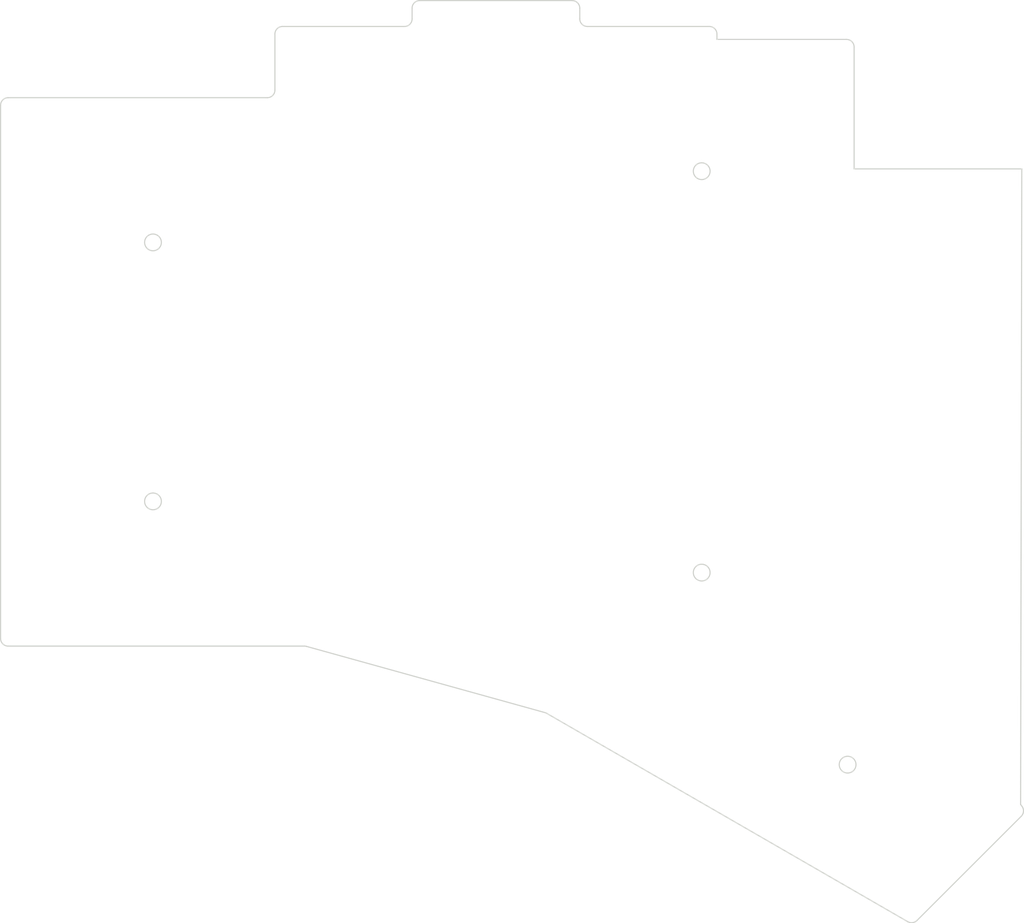
<source format=kicad_pcb>


(kicad_pcb
  (version 20240108)
  (generator "ergogen")
  (generator_version "4.1.0")
  (general
    (thickness 1.6)
    (legacy_teardrops no)
  )
  (paper "A3")
  (title_block
    (title "bottom_plate")
    (date "2025-03-17")
    (rev "0.1")
    (company "mdk")
  )

  (layers
    (0 "F.Cu" signal)
    (31 "B.Cu" signal)
    (32 "B.Adhes" user "B.Adhesive")
    (33 "F.Adhes" user "F.Adhesive")
    (34 "B.Paste" user)
    (35 "F.Paste" user)
    (36 "B.SilkS" user "B.Silkscreen")
    (37 "F.SilkS" user "F.Silkscreen")
    (38 "B.Mask" user)
    (39 "F.Mask" user)
    (40 "Dwgs.User" user "User.Drawings")
    (41 "Cmts.User" user "User.Comments")
    (42 "Eco1.User" user "User.Eco1")
    (43 "Eco2.User" user "User.Eco2")
    (44 "Edge.Cuts" user)
    (45 "Margin" user)
    (46 "B.CrtYd" user "B.Courtyard")
    (47 "F.CrtYd" user "F.Courtyard")
    (48 "B.Fab" user)
    (49 "F.Fab" user)
  )

  (setup
    (pad_to_mask_clearance 0.05)
    (allow_soldermask_bridges_in_footprints no)
    (pcbplotparams
      (layerselection 0x00010fc_ffffffff)
      (plot_on_all_layers_selection 0x0000000_00000000)
      (disableapertmacros no)
      (usegerberextensions no)
      (usegerberattributes yes)
      (usegerberadvancedattributes yes)
      (creategerberjobfile yes)
      (dashed_line_dash_ratio 12.000000)
      (dashed_line_gap_ratio 3.000000)
      (svgprecision 4)
      (plotframeref no)
      (viasonmask no)
      (mode 1)
      (useauxorigin no)
      (hpglpennumber 1)
      (hpglpenspeed 20)
      (hpglpendiameter 15.000000)
      (pdf_front_fp_property_popups yes)
      (pdf_back_fp_property_popups yes)
      (dxfpolygonmode yes)
      (dxfimperialunits yes)
      (dxfusepcbnewfont yes)
      (psnegative no)
      (psa4output no)
      (plotreference yes)
      (plotvalue yes)
      (plotfptext yes)
      (plotinvisibletext no)
      (sketchpadsonfab no)
      (subtractmaskfromsilk no)
      (outputformat 1)
      (mirror no)
      (drillshape 1)
      (scaleselection 1)
      (outputdirectory "")
    )
  )

  (net 0 "")

  
  (gr_line (start 39 159.5) (end 39 89.5) (layer Edge.Cuts) (stroke (width 0.15) (type default)))
(gr_line (start 40 88.5) (end 74 88.5) (layer Edge.Cuts) (stroke (width 0.15) (type default)))
(gr_line (start 75 87.5) (end 75 80.15) (layer Edge.Cuts) (stroke (width 0.15) (type default)))
(gr_line (start 76 79.15) (end 92 79.15) (layer Edge.Cuts) (stroke (width 0.15) (type default)))
(gr_line (start 93 78.15) (end 93 76.75) (layer Edge.Cuts) (stroke (width 0.15) (type default)))
(gr_line (start 94 75.75) (end 114 75.75) (layer Edge.Cuts) (stroke (width 0.15) (type default)))
(gr_line (start 115 76.75) (end 115 78.15) (layer Edge.Cuts) (stroke (width 0.15) (type default)))
(gr_line (start 116 79.15) (end 132 79.15) (layer Edge.Cuts) (stroke (width 0.15) (type default)))
(gr_line (start 133 80.15) (end 133 80.85) (layer Edge.Cuts) (stroke (width 0.15) (type default)))
(gr_line (start 133 80.85) (end 150 80.85) (layer Edge.Cuts) (stroke (width 0.15) (type default)))
(gr_line (start 151 81.85) (end 151 97.85) (layer Edge.Cuts) (stroke (width 0.15) (type default)))
(gr_line (start 172.84557420255948 181.2956231794253) (end 173.01791248742046 181.52002881257957) (layer Edge.Cuts) (stroke (width 0.15) (type default)))
(gr_line (start 172.93191488742042 182.83622131257954) (end 159.24562630856033 196.52250989143965) (layer Edge.Cuts) (stroke (width 0.15) (type default)))
(gr_line (start 158.03851950856037 196.68142849143965) (end 110.6604951776748 169.3277134563142) (layer Edge.Cuts) (stroke (width 0.15) (type default)))
(gr_line (start 110.4281442776748 169.23022235631421) (end 79.1313378577265 160.5364835) (layer Edge.Cuts) (stroke (width 0.15) (type default)))
(gr_line (start 78.86368875772651 160.5) (end 40 160.5) (layer Edge.Cuts) (stroke (width 0.15) (type default)))
(gr_arc (start 40 88.5) (mid 39.2928932 88.7928932) (end 39 89.5) (layer Edge.Cuts) (stroke (width 0.15) (type default)))
(gr_arc (start 74 88.5) (mid 74.7071068 88.2071068) (end 75 87.5) (layer Edge.Cuts) (stroke (width 0.15) (type default)))
(gr_arc (start 76 79.15) (mid 75.2928932 79.4428932) (end 75 80.15) (layer Edge.Cuts) (stroke (width 0.15) (type default)))
(gr_arc (start 92 79.15) (mid 92.7071068 78.85710680000001) (end 93 78.15) (layer Edge.Cuts) (stroke (width 0.15) (type default)))
(gr_arc (start 94 75.75) (mid 93.2928932 76.0428932) (end 93 76.75) (layer Edge.Cuts) (stroke (width 0.15) (type default)))
(gr_arc (start 115 76.75) (mid 114.7071068 76.0428932) (end 114 75.75) (layer Edge.Cuts) (stroke (width 0.15) (type default)))
(gr_arc (start 115 78.15) (mid 115.2928932 78.85710680000001) (end 116 79.15) (layer Edge.Cuts) (stroke (width 0.15) (type default)))
(gr_arc (start 133 80.15) (mid 132.7071068 79.4428932) (end 132 79.15) (layer Edge.Cuts) (stroke (width 0.15) (type default)))
(gr_arc (start 151 81.85) (mid 150.7071068 81.14289319999999) (end 150 80.85) (layer Edge.Cuts) (stroke (width 0.15) (type default)))
(gr_arc (start 172.93191488742048 182.8362213125796) (mid 173.2226803874205 182.1943137125796) (end 173.0179124874205 181.5200288125796) (layer Edge.Cuts) (stroke (width 0.15) (type default)))
(gr_arc (start 158.03851950856034 196.68142849143968) (mid 158.66904570856033 196.80684799143967) (end 159.24562630856033 196.52250989143965) (layer Edge.Cuts) (stroke (width 0.15) (type default)))
(gr_arc (start 110.6604951776748 169.3277134563142) (mid 110.54740267767481 169.2716203563142) (end 110.4281442776748 169.23022235631421) (layer Edge.Cuts) (stroke (width 0.15) (type default)))
(gr_arc (start 79.1313378577265 160.5364835) (mid 78.9987508577265 160.5091628) (end 78.86368875772651 160.5) (layer Edge.Cuts) (stroke (width 0.15) (type default)))
(gr_arc (start 39 159.5) (mid 39.2928932 160.2071068) (end 40 160.5) (layer Edge.Cuts) (stroke (width 0.15) (type default)))
(gr_circle (center 59 107.5) (end 60.1 107.5) (layer Edge.Cuts) (stroke (width 0.15) (type default)) (fill none))
(gr_circle (center 59 141.5) (end 60.1 141.5) (layer Edge.Cuts) (stroke (width 0.15) (type default)) (fill none))
(gr_circle (center 131 98.14999999999999) (end 132.1 98.14999999999999) (layer Edge.Cuts) (stroke (width 0.15) (type default)) (fill none))
(gr_circle (center 131 150.85) (end 132.1 150.85) (layer Edge.Cuts) (stroke (width 0.15) (type default)) (fill none))
(gr_circle (center 150.1470521 176.0640206) (end 151.2470521 176.0640206) (layer Edge.Cuts) (stroke (width 0.15) (type default)) (fill none))
(gr_line (start 151 97.85) (end 173 97.85) (layer Edge.Cuts) (stroke (width 0.15) (type default)))
(gr_line (start 173 97.85) (end 172.84557420255948 181.29562317940872) (layer Edge.Cuts) (stroke (width 0.15) (type default)))

)


</source>
